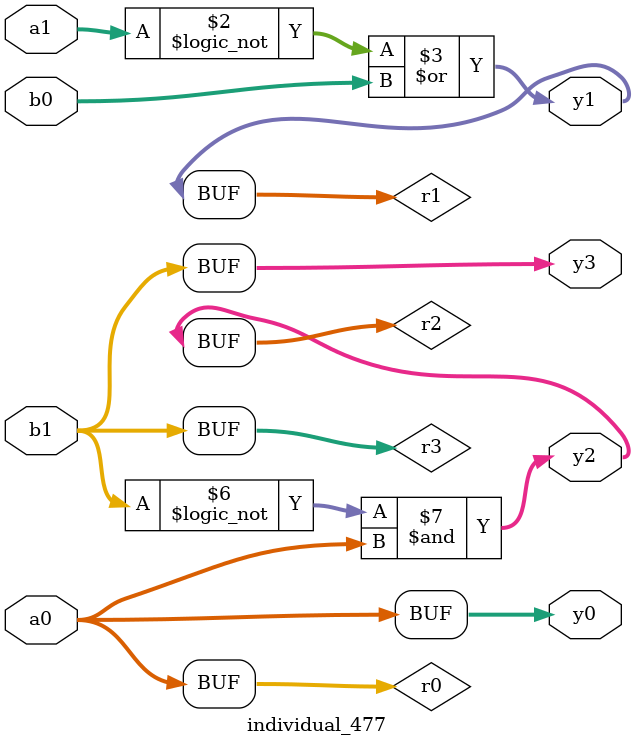
<source format=sv>
module individual_477(input logic [15:0] a1, input logic [15:0] a0, input logic [15:0] b1, input logic [15:0] b0, output logic [15:0] y3, output logic [15:0] y2, output logic [15:0] y1, output logic [15:0] y0);
logic [15:0] r0, r1, r2, r3;  always@(*) begin 	 r0 = a0; r1 = a1; r2 = b0; r3 = b1;  	 r1 = ! a1 ; 	 r1  |=  b0 ; 	 r2  &=  r0 ; 	 r2  &=  a0 ; 	 r2 = ! r3 ; 	 r2  &=  r0 ; 	 y3 = r3; y2 = r2; y1 = r1; y0 = r0; end
endmodule
</source>
